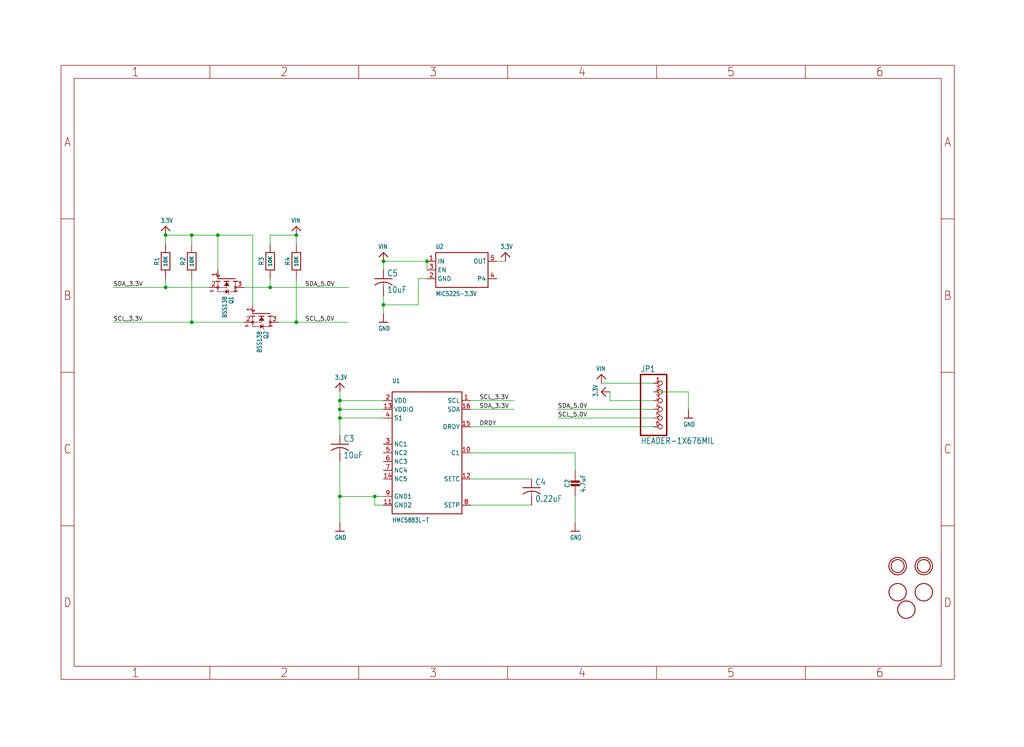
<source format=kicad_sch>
(kicad_sch (version 20211123) (generator eeschema)
  (paper "User" 298.45 217.881)
  (lib_symbols
    (symbol "schematicEagle-eagle-import:3.3V" (power)
      (property "Value" "3.3V" (at -1.524 1.016 0))
      (symbol "3.3V_1_0"
        (polyline (pts (xy -1.27 -1.27) (xy 0 0)) (stroke (width 0.254)))
        (polyline (pts (xy 0 0) (xy 1.27 -1.27)) (stroke (width 0.254)))
        (pin power_in line (at 0 -2.54 90) (length 2.54) (name "3.3V") (number "1"))
      )
    )
    (symbol "schematicEagle-eagle-import:C-USC0805"
      (property "Reference" "C" (at 1.016 0.635 0))
      (property "Value" "C-USC0805" (at 1.016 -4.191 0))
      (symbol "C-USC0805_1_0"
        (arc (start 0 -1.0161) (mid -1.302 -1.2303) (end -2.4668 -1.8504) (stroke (width 0.254)))
        (polyline (pts (xy -2.54 0) (xy 2.54 0)) (stroke (width 0.254)))
        (polyline (pts (xy 0 -1.016) (xy 0 -2.54)) (stroke (width 0.1524)))
        (arc (start 2.4892 -1.8542) (mid 1.3158 -1.2195) (end 0 -1) (stroke (width 0.254)))
        (pin passive line (at 0 2.54 270) (length 2.54) (name "1") (number "1"))
        (pin passive line (at 0 -5.08 90) (length 2.54) (name "2") (number "2"))
      )
    )
    (symbol "schematicEagle-eagle-import:CAP_CERAMIC0805_10MGAP"
      (property "Reference" "C" (at -2.29 1.25 90))
      (property "Value" "CAP_CERAMIC0805_10MGAP" (at 2.3 1.25 90))
      (symbol "CAP_CERAMIC0805_10MGAP_1_0"
        (rectangle (start -1.27 0.508) (end 1.27 1.016) (fill (type outline)))
        (rectangle (start -1.27 1.524) (end 1.27 2.032) (fill (type outline)))
        (polyline (pts (xy 0 0.762) (xy 0 0)) (stroke (width 0.1524)))
        (polyline (pts (xy 0 2.54) (xy 0 1.778)) (stroke (width 0.1524)))
        (pin passive line (at 0 5.08 270) (length 2.54) (name "1") (number "1"))
        (pin passive line (at 0 -2.54 90) (length 2.54) (name "2") (number "2"))
      )
    )
    (symbol "schematicEagle-eagle-import:FIDUCIAL"
      (symbol "FIDUCIAL_1_0"
        (circle (center 0 0) (radius 2.54) (stroke (width 0.254)))
      )
    )
    (symbol "schematicEagle-eagle-import:FRAME_A4"
      (symbol "FRAME_A4_0_0"
        (polyline (pts (xy 0 44.7675) (xy 3.81 44.7675)))
        (polyline (pts (xy 0 89.535) (xy 3.81 89.535)))
        (polyline (pts (xy 0 134.3025) (xy 3.81 134.3025)))
        (polyline (pts (xy 3.81 3.81) (xy 3.81 175.26)))
        (polyline (pts (xy 43.3917 0) (xy 43.3917 3.81)))
        (polyline (pts (xy 43.3917 175.26) (xy 43.3917 179.07)))
        (polyline (pts (xy 86.7833 0) (xy 86.7833 3.81)))
        (polyline (pts (xy 86.7833 175.26) (xy 86.7833 179.07)))
        (polyline (pts (xy 130.175 0) (xy 130.175 3.81)))
        (polyline (pts (xy 130.175 175.26) (xy 130.175 179.07)))
        (polyline (pts (xy 173.5667 0) (xy 173.5667 3.81)))
        (polyline (pts (xy 173.5667 175.26) (xy 173.5667 179.07)))
        (polyline (pts (xy 216.9583 0) (xy 216.9583 3.81)))
        (polyline (pts (xy 216.9583 175.26) (xy 216.9583 179.07)))
        (polyline (pts (xy 256.54 3.81) (xy 3.81 3.81)))
        (polyline (pts (xy 256.54 3.81) (xy 256.54 175.26)))
        (polyline (pts (xy 256.54 44.7675) (xy 260.35 44.7675)))
        (polyline (pts (xy 256.54 89.535) (xy 260.35 89.535)))
        (polyline (pts (xy 256.54 134.3025) (xy 260.35 134.3025)))
        (polyline (pts (xy 256.54 175.26) (xy 3.81 175.26)))
        (polyline (pts (xy 0 0) (xy 260.35 0) (xy 260.35 179.07) (xy 0 179.07) (xy 0 0)))
        (text "1" (at 21.6958 1.905 0) (effects (font (size 2.54 2.286))))
        (text "1" (at 21.6958 177.165 0) (effects (font (size 2.54 2.286))))
        (text "2" (at 65.0875 1.905 0) (effects (font (size 2.54 2.286))))
        (text "2" (at 65.0875 177.165 0) (effects (font (size 2.54 2.286))))
        (text "3" (at 108.4792 1.905 0) (effects (font (size 2.54 2.286))))
        (text "3" (at 108.4792 177.165 0) (effects (font (size 2.54 2.286))))
        (text "4" (at 151.8708 1.905 0) (effects (font (size 2.54 2.286))))
        (text "4" (at 151.8708 177.165 0) (effects (font (size 2.54 2.286))))
        (text "5" (at 195.2625 1.905 0) (effects (font (size 2.54 2.286))))
        (text "5" (at 195.2625 177.165 0) (effects (font (size 2.54 2.286))))
        (text "6" (at 238.6542 1.905 0) (effects (font (size 2.54 2.286))))
        (text "6" (at 238.6542 177.165 0) (effects (font (size 2.54 2.286))))
        (text "A" (at 1.905 156.6863 0) (effects (font (size 2.54 2.286))))
        (text "A" (at 258.445 156.6863 0) (effects (font (size 2.54 2.286))))
        (text "B" (at 1.905 111.9188 0) (effects (font (size 2.54 2.286))))
        (text "B" (at 258.445 111.9188 0) (effects (font (size 2.54 2.286))))
        (text "C" (at 1.905 67.1513 0) (effects (font (size 2.54 2.286))))
        (text "C" (at 258.445 67.1513 0) (effects (font (size 2.54 2.286))))
        (text "D" (at 1.905 22.3838 0) (effects (font (size 2.54 2.286))))
        (text "D" (at 258.445 22.3838 0) (effects (font (size 2.54 2.286))))
      )
      (symbol "FRAME_A4_1_0"
        (polyline (pts (xy 256.54 3.81) (xy 256.54 8.89)) (stroke (width 0.1016)))
        (polyline (pts (xy 256.54 8.89) (xy 256.54 13.97)) (stroke (width 0.1016)))
        (polyline (pts (xy 256.54 13.97) (xy 256.54 19.05)) (stroke (width 0.1016)))
        (polyline (pts (xy 256.54 19.05) (xy 256.54 36.83)) (stroke (width 0.1016)))
      )
      (symbol "FRAME_A4_2_0"
        (polyline (pts (xy 1.27 -6.35) (xy 1.27 0)) (stroke (width 0.1016)))
        (polyline (pts (xy 1.27 0) (xy 82.55 0)) (stroke (width 0.1016)))
        (polyline (pts (xy 82.55 -6.35) (xy 1.27 -6.35)) (stroke (width 0.1016)))
        (polyline (pts (xy 82.55 0) (xy 82.55 -6.35)) (stroke (width 0.1016)))
        (text "PART OR WHOLE IS STRICTLY PROHIBITED WITHOUT WRITTEN PERMISSION!" (at 3.81 -5.08 0) (effects (font (size 1.27 1.0795)) (justify left bottom)))
        (text "PROPRIETARY" (at 3.81 -10.16 0) (effects (font (size 2.54 2.159) (thickness 0.4318) bold) (justify left bottom)))
        (text "THIS DRAWING CONTAINS CONFIDENTIAL INFORMATION. ANY REPRODUCTION IN" (at 3.81 -2.794 0) (effects (font (size 1.27 1.0795)) (justify left bottom)))
      )
      (symbol "FRAME_A4_3_0"
        (polyline (pts (xy 0 1.27) (xy 20.32 1.27)) (stroke (width 0.6096)))
        (polyline (pts (xy 0 10.16) (xy 0 1.27)) (stroke (width 0.6096)))
        (polyline (pts (xy 0 10.16) (xy 20.32 10.16)) (stroke (width 0.3048)))
        (polyline (pts (xy 0 19.05) (xy 0 10.16)) (stroke (width 0.6096)))
        (polyline (pts (xy 0 19.05) (xy 20.32 19.05)) (stroke (width 0.3048)))
        (polyline (pts (xy 0 27.94) (xy 0 19.05)) (stroke (width 0.6096)))
        (polyline (pts (xy 0 27.94) (xy 20.32 27.94)) (stroke (width 0.3048)))
        (polyline (pts (xy 0 34.29) (xy 0 27.94)) (stroke (width 0.6096)))
        (polyline (pts (xy 20.32 1.27) (xy 20.32 6.35)) (stroke (width 0.3048)))
        (polyline (pts (xy 20.32 1.27) (xy 95.885 1.27)) (stroke (width 0.6096)))
        (polyline (pts (xy 20.32 6.35) (xy 20.32 10.16)) (stroke (width 0.3048)))
        (polyline (pts (xy 20.32 6.35) (xy 88.9 6.35)) (stroke (width 0.3048)))
        (polyline (pts (xy 20.32 10.16) (xy 20.32 19.05)) (stroke (width 0.3048)))
        (polyline (pts (xy 20.32 16.51) (xy 20.32 19.05)) (stroke (width 0.3048)))
        (polyline (pts (xy 20.32 19.05) (xy 20.32 27.94)) (stroke (width 0.3048)))
        (polyline (pts (xy 20.32 27.94) (xy 20.32 34.29)) (stroke (width 0.3048)))
        (polyline (pts (xy 20.32 27.94) (xy 65.0875 27.94)) (stroke (width 0.3048)))
        (polyline (pts (xy 20.32 34.29) (xy 0 34.29)) (stroke (width 0.6096)))
        (polyline (pts (xy 65.0875 27.94) (xy 106.045 27.94)) (stroke (width 0.3048)))
        (polyline (pts (xy 65.0875 34.29) (xy 20.32 34.29)) (stroke (width 0.6096)))
        (polyline (pts (xy 88.9 6.35) (xy 95.885 6.35)) (stroke (width 0.3048)))
        (polyline (pts (xy 88.9 16.51) (xy 20.32 16.51)) (stroke (width 0.3048)))
        (polyline (pts (xy 88.9 16.51) (xy 88.9 6.35)) (stroke (width 0.3048)))
        (polyline (pts (xy 95.885 1.27) (xy 121.92 1.27)) (stroke (width 0.6096)))
        (polyline (pts (xy 95.885 6.35) (xy 95.885 1.27)) (stroke (width 0.3048)))
        (polyline (pts (xy 95.885 6.35) (xy 121.92 6.35)) (stroke (width 0.3048)))
        (polyline (pts (xy 101.6 13.0175) (xy 102.5525 13.0175)) (stroke (width 0.254)))
        (polyline (pts (xy 106.045 27.94) (xy 106.045 34.29)) (stroke (width 0.3048)))
        (polyline (pts (xy 106.045 27.94) (xy 110.49 27.94)) (stroke (width 0.3048)))
        (polyline (pts (xy 106.045 34.29) (xy 65.0875 34.29)) (stroke (width 0.6096)))
        (polyline (pts (xy 110.49 16.51) (xy 88.9 16.51)) (stroke (width 0.3048)))
        (polyline (pts (xy 110.49 27.94) (xy 110.49 16.51)) (stroke (width 0.3048)))
        (polyline (pts (xy 110.49 27.94) (xy 113.03 27.94)) (stroke (width 0.3048)))
        (polyline (pts (xy 113.03 27.94) (xy 121.92 27.94)) (stroke (width 0.3048)))
        (polyline (pts (xy 113.03 34.29) (xy 106.045 34.29)) (stroke (width 0.6096)))
        (polyline (pts (xy 121.92 6.35) (xy 121.92 1.27)) (stroke (width 0.6096)))
        (polyline (pts (xy 121.92 16.51) (xy 110.49 16.51)) (stroke (width 0.3048)))
        (polyline (pts (xy 121.92 16.51) (xy 121.92 6.35)) (stroke (width 0.6096)))
        (polyline (pts (xy 121.92 27.94) (xy 121.92 16.51)) (stroke (width 0.6096)))
        (polyline (pts (xy 121.92 34.29) (xy 113.03 34.29)) (stroke (width 0.6096)))
        (polyline (pts (xy 121.92 34.29) (xy 121.92 27.94)) (stroke (width 0.6096)))
        (circle (center 109.5375 31.115) (radius 1.4199) (stroke (width 0.254)))
        (text "2013" (at 112.7125 30.1625 0) (effects (font (size 1.778 1.5113)) (justify left bottom)))
        (text ">CHECKED" (at 2.54 11.43 0) (effects (font (size 1.778 1.5113)) (justify left bottom)))
        (text ">COMPANY" (at 23.6538 29.3687 0) (effects (font (size 3.175 2.6987) (thickness 0.5397) bold) (justify left bottom)))
        (text ">DATE" (at 2.54 2.54 0) (effects (font (size 1.778 1.5113)) (justify left bottom)))
        (text ">DRAWING_NAME" (at 33.3375 2.54 0) (effects (font (size 2.54 2.159)) (justify left bottom)))
        (text ">DRAWN" (at 2.54 20.32 0) (effects (font (size 1.778 1.5113)) (justify left bottom)))
        (text ">DRGNO" (at 91.44 8.89 0) (effects (font (size 2.1844 1.8567)) (justify left bottom)))
        (text ">LAST_DATE_TIME" (at 33.02 8.89 0) (effects (font (size 2.54 2.159)) (justify left bottom)))
        (text ">REV" (at 114.3 18.415 0) (effects (font (size 3.81 3.2385)) (justify left bottom)))
        (text ">SHEET" (at 109.22 2.54 0) (effects (font (size 2.54 2.54)) (justify left bottom)))
        (text "C" (at 109.0612 30.48 0) (effects (font (size 1.27 1.0795)) (justify left bottom)))
        (text "CHECKED" (at 1.27 15.875 0) (effects (font (size 1.778 1.5113)) (justify left bottom)))
        (text "DATE" (at 1.27 6.985 0) (effects (font (size 1.778 1.5113)) (justify left bottom)))
        (text "DATE" (at 21.59 12.7 0) (effects (font (size 2.54 2.54)) (justify left bottom)))
        (text "DRAWN" (at 1.27 24.765 0) (effects (font (size 1.778 1.5113)) (justify left bottom)))
        (text "DRG" (at 90.17 12.7 0) (effects (font (size 2.54 2.54)) (justify left bottom)))
        (text "FILE:" (at 21.59 2.54 0) (effects (font (size 2.54 2.54)) (justify left bottom)))
        (text "ISSUE" (at 5.3975 30.1625 0) (effects (font (size 1.9304 1.6408)) (justify left bottom)))
        (text "N" (at 98.7425 12.7 0) (effects (font (size 2.54 2.54)) (justify left bottom)))
        (text "o" (at 101.2825 13.6525 0) (effects (font (size 2.1844 1.8567)) (justify left bottom)))
        (text "PAGE:" (at 97.155 2.54 0) (effects (font (size 2.54 2.54)) (justify left bottom)))
        (text "REV" (at 112.7125 24.13 0) (effects (font (size 2.54 2.54)) (justify left bottom)))
        (text "TITLE" (at 21.59 24.13 0) (effects (font (size 2.54 2.54)) (justify left bottom)))
      )
    )
    (symbol "schematicEagle-eagle-import:GND" (power)
      (property "Value" "GND" (at -1.524 -2.54 0))
      (symbol "GND_1_0"
        (polyline (pts (xy -1.27 0) (xy 1.27 0)) (stroke (width 0.254)))
        (pin power_in line (at 0 2.54 270) (length 2.54) (name "GND") (number "1"))
      )
    )
    (symbol "schematicEagle-eagle-import:HEADER-1X676MIL"
      (property "Reference" "JP" (at -6.35 10.795 0))
      (property "Value" "HEADER-1X676MIL" (at -6.35 -10.16 0))
      (symbol "HEADER-1X676MIL_1_0"
        (polyline (pts (xy -6.35 -7.62) (xy 1.27 -7.62)) (stroke (width 0.4064)))
        (polyline (pts (xy -6.35 10.16) (xy -6.35 -7.62)) (stroke (width 0.4064)))
        (polyline (pts (xy 1.27 -7.62) (xy 1.27 10.16)) (stroke (width 0.4064)))
        (polyline (pts (xy 1.27 10.16) (xy -6.35 10.16)) (stroke (width 0.4064)))
        (pin passive inverted (at -2.54 7.62 0) (length 2.54) (name "1") (number "1"))
        (pin passive inverted (at -2.54 5.08 0) (length 2.54) (name "2") (number "2"))
        (pin passive inverted (at -2.54 2.54 0) (length 2.54) (name "3") (number "3"))
        (pin passive inverted (at -2.54 0 0) (length 2.54) (name "4") (number "4"))
        (pin passive inverted (at -2.54 -2.54 0) (length 2.54) (name "5") (number "5"))
        (pin passive inverted (at -2.54 -5.08 0) (length 2.54) (name "6") (number "6"))
      )
    )
    (symbol "schematicEagle-eagle-import:HMC5883L"
      (property "Reference" "U" (at -10.16 20.32 0))
      (property "Value" "HMC5883L" (at -10.16 -20.32 0))
      (symbol "HMC5883L_1_0"
        (polyline (pts (xy -10.16 -17.78) (xy -10.16 17.78)) (stroke (width 0.254)))
        (polyline (pts (xy -10.16 17.78) (xy 10.16 17.78)) (stroke (width 0.254)))
        (polyline (pts (xy 10.16 -17.78) (xy -10.16 -17.78)) (stroke (width 0.254)))
        (polyline (pts (xy 10.16 17.78) (xy 10.16 -17.78)) (stroke (width 0.254)))
        (pin bidirectional line (at 12.7 15.24 180) (length 2.54) (name "SCL") (number "1"))
        (pin bidirectional line (at 12.7 0 180) (length 2.54) (name "C1") (number "10"))
        (pin bidirectional line (at -12.7 -15.24 0) (length 2.54) (name "GND2") (number "11"))
        (pin bidirectional line (at 12.7 -7.62 180) (length 2.54) (name "SETC") (number "12"))
        (pin bidirectional line (at -12.7 12.7 0) (length 2.54) (name "VDDIO") (number "13"))
        (pin bidirectional line (at -12.7 -7.62 0) (length 2.54) (name "NC5") (number "14"))
        (pin bidirectional line (at 12.7 7.62 180) (length 2.54) (name "DRDY") (number "15"))
        (pin bidirectional line (at 12.7 12.7 180) (length 2.54) (name "SDA") (number "16"))
        (pin bidirectional line (at -12.7 15.24 0) (length 2.54) (name "VDD") (number "2"))
        (pin bidirectional line (at -12.7 2.54 0) (length 2.54) (name "NC1") (number "3"))
        (pin bidirectional line (at -12.7 10.16 0) (length 2.54) (name "S1") (number "4"))
        (pin bidirectional line (at -12.7 0 0) (length 2.54) (name "NC2") (number "5"))
        (pin bidirectional line (at -12.7 -2.54 0) (length 2.54) (name "NC3") (number "6"))
        (pin bidirectional line (at -12.7 -5.08 0) (length 2.54) (name "NC4") (number "7"))
        (pin bidirectional line (at 12.7 -15.24 180) (length 2.54) (name "SETP") (number "8"))
        (pin bidirectional line (at -12.7 -12.7 0) (length 2.54) (name "GND1") (number "9"))
      )
    )
    (symbol "schematicEagle-eagle-import:MOSFET-NWIDE"
      (property "Reference" "Q" (at 5.08 0.635 0))
      (property "Value" "MOSFET-NWIDE" (at 5.08 -1.27 0))
      (symbol "MOSFET-NWIDE_1_0"
        (polyline (pts (xy 0 2.54) (xy 0 -2.54)) (stroke (width 0.254)))
        (polyline (pts (xy 0.762 -2.54) (xy 0.762 -3.175)) (stroke (width 0.254)))
        (polyline (pts (xy 0.762 -1.905) (xy 0.762 -2.54)) (stroke (width 0.254)))
        (polyline (pts (xy 0.762 0) (xy 0.762 -0.762)) (stroke (width 0.254)))
        (polyline (pts (xy 0.762 0) (xy 2.54 0)) (stroke (width 0.1524)))
        (polyline (pts (xy 0.762 0.762) (xy 0.762 0)) (stroke (width 0.254)))
        (polyline (pts (xy 0.762 2.54) (xy 0.762 1.905)) (stroke (width 0.254)))
        (polyline (pts (xy 0.762 2.54) (xy 3.81 2.54)) (stroke (width 0.1524)))
        (polyline (pts (xy 0.762 3.175) (xy 0.762 2.54)) (stroke (width 0.254)))
        (polyline (pts (xy 2.54 -2.54) (xy 0.762 -2.54)) (stroke (width 0.1524)))
        (polyline (pts (xy 2.54 -2.54) (xy 3.81 -2.54)) (stroke (width 0.1524)))
        (polyline (pts (xy 2.54 0) (xy 2.54 -2.54)) (stroke (width 0.1524)))
        (polyline (pts (xy 3.302 0.508) (xy 3.048 0.254)) (stroke (width 0.1524)))
        (polyline (pts (xy 3.81 0.508) (xy 3.302 0.508)) (stroke (width 0.1524)))
        (polyline (pts (xy 3.81 0.508) (xy 3.81 -2.54)) (stroke (width 0.1524)))
        (polyline (pts (xy 3.81 2.54) (xy 3.81 0.508)) (stroke (width 0.1524)))
        (polyline (pts (xy 4.318 0.508) (xy 3.81 0.508)) (stroke (width 0.1524)))
        (polyline (pts (xy 4.572 0.762) (xy 4.318 0.508)) (stroke (width 0.1524)))
        (polyline (pts (xy 1.016 0) (xy 2.032 0.762) (xy 2.032 -0.762)) (fill (type outline)))
        (polyline (pts (xy 3.81 0.508) (xy 3.302 -0.254) (xy 4.318 -0.254)) (fill (type outline)))
        (circle (center 2.54 -2.54) (radius 0.3592))
        (circle (center 2.54 2.54) (radius 0.3592))
        (text "D" (at 3.175 3.175 0) (effects (font (size 0.8128 0.6908)) (justify left bottom)))
        (text "G" (at -1.27 -1.905 0) (effects (font (size 0.8128 0.6908)) (justify left bottom)))
        (text "S" (at 3.175 -3.81 0) (effects (font (size 0.8128 0.6908)) (justify left bottom)))
        (pin bidirectional line (at -2.54 -2.54 0) (length 2.54) (name "G") (number "1"))
        (pin bidirectional line (at 2.54 -5.08 90) (length 2.54) (name "S") (number "2"))
        (pin bidirectional line (at 2.54 5.08 270) (length 2.54) (name "D") (number "3"))
      )
    )
    (symbol "schematicEagle-eagle-import:MOUNTINGHOLE2.5"
      (symbol "MOUNTINGHOLE2.5_1_0"
        (circle (center 0 0) (radius 1.905) (stroke (width 0.254)))
        (circle (center 0 0) (radius 2.54) (stroke (width 0.254)))
      )
    )
    (symbol "schematicEagle-eagle-import:RESISTOR0805_NOOUTLINE"
      (property "Reference" "R" (at 0 2.54 0))
      (property "Value" "RESISTOR0805_NOOUTLINE" (at 0 0 0))
      (symbol "RESISTOR0805_NOOUTLINE_1_0"
        (polyline (pts (xy -2.54 -1.27) (xy -2.54 1.27)) (stroke (width 0.254)))
        (polyline (pts (xy -2.54 1.27) (xy 2.54 1.27)) (stroke (width 0.254)))
        (polyline (pts (xy 2.54 -1.27) (xy -2.54 -1.27)) (stroke (width 0.254)))
        (polyline (pts (xy 2.54 1.27) (xy 2.54 -1.27)) (stroke (width 0.254)))
        (pin passive line (at -5.08 0 0) (length 2.54) (name "1") (number "1"))
        (pin passive line (at 5.08 0 180) (length 2.54) (name "2") (number "2"))
      )
    )
    (symbol "schematicEagle-eagle-import:RESISTOR_0805MP"
      (property "Reference" "R" (at 0 2.54 0))
      (property "Value" "RESISTOR_0805MP" (at 0 0 0))
      (symbol "RESISTOR_0805MP_1_0"
        (polyline (pts (xy -2.54 -1.27) (xy -2.54 1.27)) (stroke (width 0.254)))
        (polyline (pts (xy -2.54 1.27) (xy 2.54 1.27)) (stroke (width 0.254)))
        (polyline (pts (xy 2.54 -1.27) (xy -2.54 -1.27)) (stroke (width 0.254)))
        (polyline (pts (xy 2.54 1.27) (xy 2.54 -1.27)) (stroke (width 0.254)))
        (pin passive line (at -5.08 0 0) (length 2.54) (name "1") (number "1"))
        (pin passive line (at 5.08 0 180) (length 2.54) (name "2") (number "2"))
      )
    )
    (symbol "schematicEagle-eagle-import:VIN" (power)
      (property "Value" "VIN" (at -1.524 1.016 0))
      (symbol "VIN_1_0"
        (polyline (pts (xy -1.27 -1.27) (xy 0 0)) (stroke (width 0.254)))
        (polyline (pts (xy 0 0) (xy 1.27 -1.27)) (stroke (width 0.254)))
        (pin power_in line (at 0 -2.54 90) (length 2.54) (name "VIN") (number "1"))
      )
    )
    (symbol "schematicEagle-eagle-import:VREG_SOT23-5"
      (property "Reference" "U" (at -7.62 6.096 0))
      (property "Value" "VREG_SOT23-5" (at -7.62 -7.62 0))
      (symbol "VREG_SOT23-5_1_0"
        (polyline (pts (xy -7.62 -5.08) (xy -7.62 5.08)) (stroke (width 0.254)))
        (polyline (pts (xy -7.62 5.08) (xy 7.62 5.08)) (stroke (width 0.254)))
        (polyline (pts (xy 7.62 -5.08) (xy -7.62 -5.08)) (stroke (width 0.254)))
        (polyline (pts (xy 7.62 5.08) (xy 7.62 -5.08)) (stroke (width 0.254)))
        (pin power_in line (at -10.16 2.54 0) (length 2.54) (name "IN") (number "1"))
        (pin power_in line (at -10.16 -2.54 0) (length 2.54) (name "GND") (number "2"))
        (pin input line (at -10.16 0 0) (length 2.54) (name "EN") (number "3"))
        (pin bidirectional line (at 10.16 -2.54 180) (length 2.54) (name "P4") (number "4"))
        (pin power_in line (at 10.16 2.54 180) (length 2.54) (name "OUT") (number "5"))
      )
    )
  )
  (junction (at 124.46 76.2))
  (junction (at 86.36 93.98))
  (junction (at 55.88 68.58))
  (junction (at 86.36 68.58))
  (junction (at 99.06 121.92))
  (junction (at 48.26 68.58))
  (junction (at 99.06 119.38))
  (junction (at 109.22 144.78))
  (junction (at 63.5 68.58))
  (junction (at 99.06 144.78))
  (junction (at 48.26 83.82))
  (junction (at 111.76 76.2))
  (junction (at 99.06 116.84))
  (junction (at 111.76 88.9))
  (junction (at 55.88 93.98))
  (junction (at 78.74 83.82))
  (wire (pts (xy 167.64 144.78) (xy 167.64 152.4)))
  (wire (pts (xy 137.16 132.08) (xy 167.64 132.08)))
  (wire (pts (xy 48.26 83.82) (xy 33.02 83.82)))
  (wire (pts (xy 177.8 114.3) (xy 177.8 116.84)))
  (wire (pts (xy 81.28 93.98) (xy 86.36 93.98)))
  (wire (pts (xy 124.46 76.2) (xy 111.76 76.2)))
  (wire (pts (xy 71.12 83.82) (xy 78.74 83.82)))
  (wire (pts (xy 73.66 68.58) (xy 63.5 68.58)))
  (wire (pts (xy 200.66 114.3) (xy 200.66 119.38)))
  (wire (pts (xy 177.8 116.84) (xy 190.5 116.84)))
  (wire (pts (xy 137.16 147.32) (xy 154.94 147.32)))
  (wire (pts (xy 86.36 93.98) (xy 101.6 93.98)))
  (wire (pts (xy 78.74 83.82) (xy 101.6 83.82)))
  (wire (pts (xy 78.74 71.12) (xy 78.74 68.58)))
  (wire (pts (xy 78.74 83.82) (xy 78.74 81.28)))
  (wire (pts (xy 55.88 81.28) (xy 55.88 93.98)))
  (wire (pts (xy 63.5 78.74) (xy 63.5 68.58)))
  (wire (pts (xy 99.06 134.62) (xy 99.06 144.78)))
  (wire (pts (xy 111.76 88.9) (xy 111.76 86.36)))
  (wire (pts (xy 137.16 119.38) (xy 149.86 119.38)))
  (wire (pts (xy 111.76 144.78) (xy 109.22 144.78)))
  (wire (pts (xy 78.74 68.58) (xy 86.36 68.58)))
  (wire (pts (xy 86.36 71.12) (xy 86.36 68.58)))
  (wire (pts (xy 111.76 119.38) (xy 99.06 119.38)))
  (wire (pts (xy 137.16 139.7) (xy 154.94 139.7)))
  (wire (pts (xy 99.06 144.78) (xy 99.06 152.4)))
  (wire (pts (xy 99.06 121.92) (xy 99.06 119.38)))
  (wire (pts (xy 99.06 127) (xy 99.06 121.92)))
  (wire (pts (xy 48.26 83.82) (xy 48.26 81.28)))
  (wire (pts (xy 111.76 116.84) (xy 99.06 116.84)))
  (wire (pts (xy 167.64 132.08) (xy 167.64 137.16)))
  (wire (pts (xy 111.76 88.9) (xy 111.76 91.44)))
  (wire (pts (xy 55.88 68.58) (xy 48.26 68.58)))
  (wire (pts (xy 190.5 114.3) (xy 200.66 114.3)))
  (wire (pts (xy 99.06 116.84) (xy 99.06 114.3)))
  (wire (pts (xy 111.76 121.92) (xy 99.06 121.92)))
  (wire (pts (xy 175.26 111.76) (xy 190.5 111.76)))
  (wire (pts (xy 121.92 88.9) (xy 111.76 88.9)))
  (wire (pts (xy 48.26 71.12) (xy 48.26 68.58)))
  (wire (pts (xy 86.36 93.98) (xy 86.36 81.28)))
  (wire (pts (xy 137.16 116.84) (xy 149.86 116.84)))
  (wire (pts (xy 144.78 76.2) (xy 147.32 76.2)))
  (wire (pts (xy 55.88 93.98) (xy 33.02 93.98)))
  (wire (pts (xy 124.46 76.2) (xy 124.46 78.74)))
  (wire (pts (xy 137.16 124.46) (xy 190.5 124.46)))
  (wire (pts (xy 63.5 68.58) (xy 55.88 68.58)))
  (wire (pts (xy 124.46 81.28) (xy 121.92 81.28)))
  (wire (pts (xy 71.12 93.98) (xy 55.88 93.98)))
  (wire (pts (xy 190.5 119.38) (xy 162.56 119.38)))
  (wire (pts (xy 55.88 71.12) (xy 55.88 68.58)))
  (wire (pts (xy 109.22 144.78) (xy 99.06 144.78)))
  (wire (pts (xy 109.22 147.32) (xy 109.22 144.78)))
  (wire (pts (xy 121.92 81.28) (xy 121.92 88.9)))
  (wire (pts (xy 111.76 78.74) (xy 111.76 76.2)))
  (wire (pts (xy 60.96 83.82) (xy 48.26 83.82)))
  (wire (pts (xy 190.5 121.92) (xy 162.56 121.92)))
  (wire (pts (xy 99.06 119.38) (xy 99.06 116.84)))
  (wire (pts (xy 111.76 147.32) (xy 109.22 147.32)))
  (wire (pts (xy 73.66 88.9) (xy 73.66 68.58)))
  (label "SDA_5.0V" (at 88.9 83.82 0) (effects (font (size 1.2446 1.2446))))
  (label "SDA_5.0V" (at 162.56 119.38 0) (effects (font (size 1.2446 1.2446))))
  (label "SCL_5.0V" (at 162.56 121.92 0) (effects (font (size 1.2446 1.2446))))
  (label "DRDY" (at 139.7 124.46 0) (effects (font (size 1.2446 1.2446))))
  (label "SDA_3.3V" (at 139.7 119.38 0) (effects (font (size 1.2446 1.2446))))
  (label "SCL_5.0V" (at 88.9 93.98 0) (effects (font (size 1.2446 1.2446))))
  (label "SDA_3.3V" (at 33.02 83.82 0) (effects (font (size 1.2446 1.2446))))
  (label "SCL_3.3V" (at 139.7 116.84 0) (effects (font (size 1.2446 1.2446))))
  (label "SCL_3.3V" (at 33.02 93.98 0) (effects (font (size 1.2446 1.2446))))
  (symbol (lib_id "schematicEagle-eagle-import:MOUNTINGHOLE2.5") (at 261.62 165.1 0) (unit 1)
    (property "Reference" "U$9" (effects hide))
    (property "Value" "MOUNTINGHOLE2.5" (effects hide))
    (property "Footprint" "schematicEagle:MOUNTINGHOLE_2.5_PLATED" (effects hide))
  )
  (symbol (lib_id "schematicEagle-eagle-import:FIDUCIAL") (at 264.16 177.8 0) (unit 1)
    (property "Reference" "U$12" (effects hide))
    (property "Value" "FIDUCIAL" (effects hide))
    (property "Footprint" "schematicEagle:FIDUCIAL_1MM" (effects hide))
  )
  (symbol (lib_id "schematicEagle-eagle-import:MOSFET-NWIDE") (at 76.2 91.44 270) (unit 1)
    (property "Reference" "Q2" (at 76.835 96.52 0) (effects (font (size 1.27 1.0795)) (justify left bottom)))
    (property "Value" "BSS138" (at 74.93 96.52 0) (effects (font (size 1.27 1.0795)) (justify left bottom)))
    (property "Footprint" "schematicEagle:SOT23-WIDE" (effects hide))
  )
  (symbol (lib_id "schematicEagle-eagle-import:RESISTOR0805_NOOUTLINE") (at 78.74 76.2 90) (unit 1)
    (property "Reference" "R3" (at 76.2 76.2 0))
    (property "Value" "10K" (at 78.74 76.2 0) (effects (font (size 1.016 1.016) bold)))
    (property "Footprint" "schematicEagle:0805-NO" (effects hide))
  )
  (symbol (lib_id "schematicEagle-eagle-import:3.3V") (at 99.06 111.76 0) (unit 1)
    (property "Reference" "#U$2" (effects hide))
    (property "Value" "3.3V" (at 97.536 110.744 0) (effects (font (size 1.27 1.0795)) (justify left bottom)))
    (property "Footprint" "schematicEagle:" (effects hide))
  )
  (symbol (lib_id "schematicEagle-eagle-import:CAP_CERAMIC0805_10MGAP") (at 167.64 142.24 0) (unit 1)
    (property "Reference" "C2" (at 165.35 140.99 90))
    (property "Value" "4.7uF" (at 169.94 140.99 90))
    (property "Footprint" "schematicEagle:0805_10MGAP" (effects hide))
  )
  (symbol (lib_id "schematicEagle-eagle-import:FRAME_A4") (at 17.78 198.12 0) (unit 1)
    (property "Reference" "#FRAME1" (effects hide))
    (property "Value" "FRAME_A4" (effects hide))
    (property "Footprint" "schematicEagle:" (effects hide))
  )
  (symbol (lib_id "schematicEagle-eagle-import:VIN") (at 111.76 73.66 0) (unit 1)
    (property "Reference" "#U$17" (effects hide))
    (property "Value" "VIN" (at 110.236 72.644 0) (effects (font (size 1.27 1.0795)) (justify left bottom)))
    (property "Footprint" "schematicEagle:" (effects hide))
  )
  (symbol (lib_id "schematicEagle-eagle-import:VREG_SOT23-5") (at 134.62 78.74 0) (unit 1)
    (property "Reference" "U2" (at 127 72.644 0) (effects (font (size 1.27 1.0795)) (justify left bottom)))
    (property "Value" "MIC5225-3.3V" (at 127 86.36 0) (effects (font (size 1.27 1.0795)) (justify left bottom)))
    (property "Footprint" "schematicEagle:SOT23-5" (effects hide))
  )
  (symbol (lib_id "schematicEagle-eagle-import:C-USC0805") (at 154.94 142.24 0) (unit 1)
    (property "Reference" "C4" (at 155.956 141.605 0) (effects (font (size 1.778 1.5113)) (justify left bottom)))
    (property "Value" "0.22uF" (at 155.956 146.431 0) (effects (font (size 1.778 1.5113)) (justify left bottom)))
    (property "Footprint" "schematicEagle:C0805" (effects hide))
  )
  (symbol (lib_id "schematicEagle-eagle-import:3.3V") (at 175.26 114.3 90) (unit 1)
    (property "Reference" "#U$5" (effects hide))
    (property "Value" "3.3V" (at 174.244 115.824 0) (effects (font (size 1.27 1.0795)) (justify left bottom)))
    (property "Footprint" "schematicEagle:" (effects hide))
  )
  (symbol (lib_id "schematicEagle-eagle-import:GND") (at 167.64 154.94 0) (unit 1)
    (property "Reference" "#U$1" (effects hide))
    (property "Value" "GND" (at 166.116 157.48 0) (effects (font (size 1.27 1.0795)) (justify left bottom)))
    (property "Footprint" "schematicEagle:" (effects hide))
  )
  (symbol (lib_id "schematicEagle-eagle-import:RESISTOR_0805MP") (at 48.26 76.2 90) (unit 1)
    (property "Reference" "R1" (at 45.72 76.2 0))
    (property "Value" "10K" (at 48.26 76.2 0) (effects (font (size 1.016 1.016) bold)))
    (property "Footprint" "schematicEagle:_0805MP" (effects hide))
  )
  (symbol (lib_id "schematicEagle-eagle-import:MOSFET-NWIDE") (at 66.04 81.28 270) (unit 1)
    (property "Reference" "Q1" (at 66.675 86.36 0) (effects (font (size 1.27 1.0795)) (justify left bottom)))
    (property "Value" "BSS138" (at 64.77 86.36 0) (effects (font (size 1.27 1.0795)) (justify left bottom)))
    (property "Footprint" "schematicEagle:SOT23-WIDE" (effects hide))
  )
  (symbol (lib_id "schematicEagle-eagle-import:VIN") (at 86.36 66.04 0) (unit 1)
    (property "Reference" "#U$16" (effects hide))
    (property "Value" "VIN" (at 84.836 65.024 0) (effects (font (size 1.27 1.0795)) (justify left bottom)))
    (property "Footprint" "schematicEagle:" (effects hide))
  )
  (symbol (lib_id "schematicEagle-eagle-import:C-USC0805") (at 111.76 81.28 0) (unit 1)
    (property "Reference" "C5" (at 112.776 80.645 0) (effects (font (size 1.778 1.5113)) (justify left bottom)))
    (property "Value" "10uF" (at 112.776 85.471 0) (effects (font (size 1.778 1.5113)) (justify left bottom)))
    (property "Footprint" "schematicEagle:C0805" (effects hide))
  )
  (symbol (lib_id "schematicEagle-eagle-import:HEADER-1X676MIL") (at 193.04 119.38 0) (unit 1)
    (property "Reference" "JP1" (at 186.69 108.585 0) (effects (font (size 1.778 1.5113)) (justify left bottom)))
    (property "Value" "HEADER-1X676MIL" (at 186.69 129.54 0) (effects (font (size 1.778 1.5113)) (justify left bottom)))
    (property "Footprint" "schematicEagle:1X06_ROUND_76" (effects hide))
  )
  (symbol (lib_id "schematicEagle-eagle-import:HMC5883L") (at 124.46 132.08 0) (unit 1)
    (property "Reference" "U1" (at 114.3 111.76 0) (effects (font (size 1.27 1.0795)) (justify left bottom)))
    (property "Value" "HMC5883L-T" (at 114.3 152.4 0) (effects (font (size 1.27 1.0795)) (justify left bottom)))
    (property "Footprint" "schematicEagle:HMC5883L" (effects hide))
  )
  (symbol (lib_id "schematicEagle-eagle-import:GND") (at 200.66 121.92 0) (unit 1)
    (property "Reference" "#U$6" (effects hide))
    (property "Value" "GND" (at 199.136 124.46 0) (effects (font (size 1.27 1.0795)) (justify left bottom)))
    (property "Footprint" "schematicEagle:" (effects hide))
  )
  (symbol (lib_id "schematicEagle-eagle-import:C-USC0805") (at 99.06 129.54 0) (unit 1)
    (property "Reference" "C3" (at 100.076 128.905 0) (effects (font (size 1.778 1.5113)) (justify left bottom)))
    (property "Value" "10uF" (at 100.076 133.731 0) (effects (font (size 1.778 1.5113)) (justify left bottom)))
    (property "Footprint" "schematicEagle:C0805" (effects hide))
  )
  (symbol (lib_id "schematicEagle-eagle-import:GND") (at 99.06 154.94 0) (unit 1)
    (property "Reference" "#U$3" (effects hide))
    (property "Value" "GND" (at 97.536 157.48 0) (effects (font (size 1.27 1.0795)) (justify left bottom)))
    (property "Footprint" "schematicEagle:" (effects hide))
  )
  (symbol (lib_id "schematicEagle-eagle-import:3.3V") (at 147.32 73.66 0) (unit 1)
    (property "Reference" "#U$15" (effects hide))
    (property "Value" "3.3V" (at 145.796 72.644 0) (effects (font (size 1.27 1.0795)) (justify left bottom)))
    (property "Footprint" "schematicEagle:" (effects hide))
  )
  (symbol (lib_id "schematicEagle-eagle-import:FIDUCIAL") (at 269.24 172.72 0) (unit 1)
    (property "Reference" "U$10" (effects hide))
    (property "Value" "FIDUCIAL" (effects hide))
    (property "Footprint" "schematicEagle:FIDUCIAL_1MM" (effects hide))
  )
  (symbol (lib_id "schematicEagle-eagle-import:MOUNTINGHOLE2.5") (at 269.24 165.1 0) (unit 1)
    (property "Reference" "U$8" (effects hide))
    (property "Value" "MOUNTINGHOLE2.5" (effects hide))
    (property "Footprint" "schematicEagle:MOUNTINGHOLE_2.5_PLATED" (effects hide))
  )
  (symbol (lib_id "schematicEagle-eagle-import:VIN") (at 175.26 109.22 0) (unit 1)
    (property "Reference" "#U$4" (effects hide))
    (property "Value" "VIN" (at 173.736 108.204 0) (effects (font (size 1.27 1.0795)) (justify left bottom)))
    (property "Footprint" "schematicEagle:" (effects hide))
  )
  (symbol (lib_id "schematicEagle-eagle-import:3.3V") (at 48.26 66.04 0) (unit 1)
    (property "Reference" "#U$13" (effects hide))
    (property "Value" "3.3V" (at 46.736 65.024 0) (effects (font (size 1.27 1.0795)) (justify left bottom)))
    (property "Footprint" "schematicEagle:" (effects hide))
  )
  (symbol (lib_id "schematicEagle-eagle-import:GND") (at 111.76 93.98 0) (unit 1)
    (property "Reference" "#U$14" (effects hide))
    (property "Value" "GND" (at 110.236 96.52 0) (effects (font (size 1.27 1.0795)) (justify left bottom)))
    (property "Footprint" "schematicEagle:" (effects hide))
  )
  (symbol (lib_id "schematicEagle-eagle-import:FIDUCIAL") (at 261.62 172.72 0) (unit 1)
    (property "Reference" "U$11" (effects hide))
    (property "Value" "FIDUCIAL" (effects hide))
    (property "Footprint" "schematicEagle:FIDUCIAL_1MM" (effects hide))
  )
  (symbol (lib_id "schematicEagle-eagle-import:RESISTOR0805_NOOUTLINE") (at 86.36 76.2 90) (unit 1)
    (property "Reference" "R4" (at 83.82 76.2 0))
    (property "Value" "10K" (at 86.36 76.2 0) (effects (font (size 1.016 1.016) bold)))
    (property "Footprint" "schematicEagle:0805-NO" (effects hide))
  )
  (symbol (lib_id "schematicEagle-eagle-import:RESISTOR_0805MP") (at 55.88 76.2 90) (unit 1)
    (property "Reference" "R2" (at 53.34 76.2 0))
    (property "Value" "10K" (at 55.88 76.2 0) (effects (font (size 1.016 1.016) bold)))
    (property "Footprint" "schematicEagle:_0805MP" (effects hide))
  )
)
</source>
